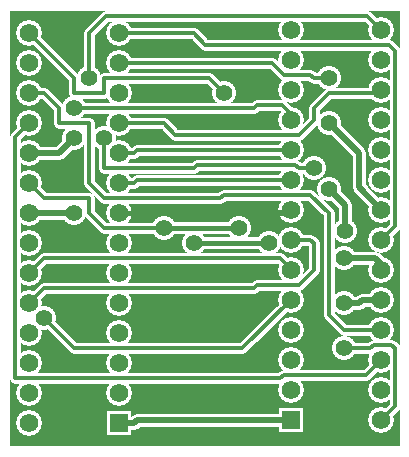
<source format=gbr>
G04 GERBER ASCII OUTPUT FROM: EDWINXP (VER. 1.61 REV. 20080915)*
G04 GERBER FORMAT: RX-274-X*
G04 BOARD: DSPIC_ADAPTER*
G04 ARTWORK OF SOLD.LAYERPOSITIVE SUPERIMPOSED ON NEGATIVE*
%ASAXBY*%
%FSLAX23Y23*%
%MIA0B0*%
%MOIN*%
%OFA0.0000B0.0000*%
%SFA1B1*%
%IJA0B0*%
%INLAYER29NEGPOS*%
%IOA0B0*%
%IPPOS*%
%IR0*%
G04 APERTURE MACROS*
%AMEDWDONUT*
1,1,$1,$2,$3*
1,0,$4,$2,$3*
%
%AMEDWFRECT*
20,1,$1,$2,$3,$4,$5,$6*
%
%AMEDWORECT*
20,1,$1,$2,$3,$4,$5,$10*
20,1,$1,$4,$5,$6,$7,$10*
20,1,$1,$6,$7,$8,$9,$10*
20,1,$1,$8,$9,$2,$3,$10*
1,1,$1,$2,$3*
1,1,$1,$4,$5*
1,1,$1,$6,$7*
1,1,$1,$8,$9*
%
%AMEDWLINER*
20,1,$1,$2,$3,$4,$5,$6*
1,1,$1,$2,$3*
1,1,$1,$4,$5*
%
%AMEDWFTRNG*
4,1,3,$1,$2,$3,$4,$5,$6,$7,$8,$9*
%
%AMEDWATRNG*
4,1,3,$1,$2,$3,$4,$5,$6,$7,$8,$9*
20,1,$11,$1,$2,$3,$4,$10*
20,1,$11,$3,$4,$5,$6,$10*
20,1,$11,$5,$6,$7,$8,$10*
1,1,$11,$3,$4*
1,1,$11,$5,$6*
1,1,$11,$7,$8*
%
%AMEDWOTRNG*
20,1,$1,$2,$3,$4,$5,$8*
20,1,$1,$4,$5,$6,$7,$8*
20,1,$1,$6,$7,$2,$3,$8*
1,1,$1,$2,$3*
1,1,$1,$4,$5*
1,1,$1,$6,$7*
%
G04*
G04 APERTURE LIST*
%ADD10R,0.0500X0.0460*%
%ADD11R,0.0740X0.0700*%
%ADD12R,0.0440X0.0400*%
%ADD13R,0.0680X0.0640*%
%ADD14R,0.0460X0.0500*%
%ADD15R,0.0700X0.0740*%
%ADD16R,0.0400X0.0440*%
%ADD17R,0.0640X0.0680*%
%ADD18R,0.0700X0.0700*%
%ADD19R,0.0940X0.0940*%
%ADD20R,0.0600X0.0600*%
%ADD21R,0.0840X0.0840*%
%ADD22C,0.0010*%
%ADD24C,0.00197*%
%ADD26C,0.0020*%
%ADD27R,0.0020X0.0020*%
%ADD28C,0.00204*%
%ADD29R,0.00204X0.00204*%
%ADD30C,0.00233*%
%ADD31R,0.00233X0.00233*%
%ADD32C,0.00289*%
%ADD33R,0.00289X0.00289*%
%ADD34C,0.0030*%
%ADD35R,0.0030X0.0030*%
%ADD36C,0.00369*%
%ADD37R,0.00369X0.00369*%
%ADD38C,0.0040*%
%ADD39R,0.0040X0.0040*%
%ADD40C,0.0050*%
%ADD41R,0.0050X0.0050*%
%ADD42C,0.00504*%
%ADD43R,0.00504X0.00504*%
%ADD44C,0.00512*%
%ADD45R,0.00512X0.00512*%
%ADD46C,0.00542*%
%ADD47R,0.00542X0.00542*%
%ADD48C,0.00627*%
%ADD49R,0.00627X0.00627*%
%ADD50C,0.00639*%
%ADD51R,0.00639X0.00639*%
%ADD52C,0.00711*%
%ADD53R,0.00711X0.00711*%
%ADD54C,0.00775*%
%ADD55R,0.00775X0.00775*%
%ADD56C,0.00787*%
%ADD57R,0.00787X0.00787*%
%ADD58C,0.00795*%
%ADD59R,0.00795X0.00795*%
%ADD60C,0.0080*%
%ADD62C,0.0088*%
%ADD63R,0.0088X0.0088*%
%ADD64C,0.00984*%
%ADD65R,0.00984X0.00984*%
%ADD66C,0.0100*%
%ADD67R,0.0100X0.0100*%
%ADD68C,0.01181*%
%ADD70C,0.01182*%
%ADD71R,0.01182X0.01182*%
%ADD72C,0.0120*%
%ADD74C,0.0120*%
%ADD76C,0.0130*%
%ADD78C,0.01351*%
%ADD79R,0.01351X0.01351*%
%ADD80C,0.01452*%
%ADD81R,0.01452X0.01452*%
%ADD82C,0.0149*%
%ADD83R,0.0149X0.0149*%
%ADD84C,0.0160*%
%ADD86C,0.01761*%
%ADD87R,0.01761X0.01761*%
%ADD88C,0.01773*%
%ADD89R,0.01773X0.01773*%
%ADD90C,0.01896*%
%ADD91R,0.01896X0.01896*%
%ADD92C,0.01969*%
%ADD93R,0.01969X0.01969*%
%ADD94C,0.0200*%
%ADD96C,0.02027*%
%ADD97R,0.02027X0.02027*%
%ADD98C,0.02196*%
%ADD99R,0.02196X0.02196*%
%ADD100C,0.0228*%
%ADD101R,0.0228X0.0228*%
%ADD102C,0.02302*%
%ADD103R,0.02302X0.02302*%
%ADD104C,0.02365*%
%ADD105R,0.02365X0.02365*%
%ADD106C,0.0240*%
%ADD108C,0.02438*%
%ADD109R,0.02438X0.02438*%
%ADD110C,0.02597*%
%ADD112C,0.02709*%
%ADD113R,0.02709X0.02709*%
%ADD114C,0.02844*%
%ADD115R,0.02844X0.02844*%
%ADD116C,0.02871*%
%ADD117R,0.02871X0.02871*%
%ADD118C,0.0290*%
%ADD120C,0.02912*%
%ADD121R,0.02912X0.02912*%
%ADD122C,0.0300*%
%ADD123R,0.0300X0.0300*%
%ADD124C,0.0304*%
%ADD125R,0.0304X0.0304*%
%ADD126C,0.0320*%
%ADD128C,0.0350*%
%ADD129R,0.0350X0.0350*%
%ADD130C,0.03547*%
%ADD131R,0.03547X0.03547*%
%ADD132C,0.03581*%
%ADD134C,0.03582*%
%ADD135R,0.03582X0.03582*%
%ADD136C,0.0370*%
%ADD138C,0.03751*%
%ADD139R,0.03751X0.03751*%
%ADD140C,0.0389*%
%ADD141R,0.0389X0.0389*%
%ADD142C,0.03937*%
%ADD143R,0.03937X0.03937*%
%ADD144C,0.0400*%
%ADD146C,0.04161*%
%ADD147R,0.04161X0.04161*%
%ADD148C,0.04173*%
%ADD149R,0.04173X0.04173*%
%ADD150C,0.04296*%
%ADD151R,0.04296X0.04296*%
%ADD152C,0.0440*%
%ADD154C,0.04427*%
%ADD155R,0.04427X0.04427*%
%ADD156C,0.04469*%
%ADD157R,0.04469X0.04469*%
%ADD158C,0.04596*%
%ADD159R,0.04596X0.04596*%
%ADD160C,0.0468*%
%ADD161R,0.0468X0.0468*%
%ADD162C,0.04702*%
%ADD163R,0.04702X0.04702*%
%ADD164C,0.04729*%
%ADD165R,0.04729X0.04729*%
%ADD166C,0.04765*%
%ADD167R,0.04765X0.04765*%
%ADD168C,0.04838*%
%ADD169R,0.04838X0.04838*%
%ADD170C,0.04898*%
%ADD171R,0.04898X0.04898*%
%ADD172C,0.0500*%
%ADD173R,0.0500X0.0500*%
%ADD174C,0.05011*%
%ADD175R,0.05011X0.05011*%
%ADD176C,0.05109*%
%ADD177R,0.05109X0.05109*%
%ADD178C,0.05236*%
%ADD179R,0.05236X0.05236*%
%ADD180C,0.05244*%
%ADD181R,0.05244X0.05244*%
%ADD182C,0.05271*%
%ADD183R,0.05271X0.05271*%
%ADD184C,0.05282*%
%ADD185R,0.05282X0.05282*%
%ADD186C,0.0544*%
%ADD187R,0.0544X0.0544*%
%ADD188C,0.0560*%
%ADD189R,0.0560X0.0560*%
%ADD190C,0.05906*%
%ADD191R,0.05906X0.05906*%
%ADD192C,0.05947*%
%ADD193R,0.05947X0.05947*%
%ADD194C,0.0600*%
%ADD195R,0.0600X0.0600*%
%ADD196C,0.0620*%
%ADD198C,0.06869*%
%ADD199R,0.06869X0.06869*%
%ADD200C,0.06906*%
%ADD201R,0.06906X0.06906*%
%ADD202C,0.06907*%
%ADD203R,0.06907X0.06907*%
%ADD204C,0.06925*%
%ADD205R,0.06925X0.06925*%
%ADD206C,0.0700*%
%ADD207R,0.0700X0.0700*%
%ADD208C,0.07129*%
%ADD209R,0.07129X0.07129*%
%ADD210C,0.07178*%
%ADD211R,0.07178X0.07178*%
%ADD212C,0.07298*%
%ADD213R,0.07298X0.07298*%
%ADD214C,0.07411*%
%ADD215R,0.07411X0.07411*%
%ADD216C,0.0760*%
%ADD218C,0.07636*%
%ADD219R,0.07636X0.07636*%
%ADD220C,0.07682*%
%ADD221R,0.07682X0.07682*%
%ADD222C,0.07769*%
%ADD223R,0.07769X0.07769*%
%ADD224C,0.0800*%
%ADD225R,0.0800X0.0800*%
%ADD226C,0.08107*%
%ADD227R,0.08107X0.08107*%
%ADD228C,0.08261*%
%ADD229R,0.08261X0.08261*%
%ADD230C,0.0860*%
%ADD232C,0.09307*%
%ADD233R,0.09307X0.09307*%
%ADD234C,0.09325*%
%ADD235R,0.09325X0.09325*%
%ADD236C,0.09578*%
%ADD237R,0.09578X0.09578*%
%ADD238C,0.1000*%
%ADD241R,0.10169X0.10169*%
%ADD243R,0.10507X0.10507*%
%ADD245R,0.10641X0.10641*%
%ADD247R,0.10661X0.10661*%
%ADD249R,0.13041X0.13041*%
%ADD250C,0.23041*%
%ADD251R,0.23041X0.23041*%
%ADD252C,0.33041*%
%ADD253R,0.33041X0.33041*%
%ADD254C,0.43041*%
%ADD255R,0.43041X0.43041*%
%ADD256C,0.53041*%
%ADD257R,0.53041X0.53041*%
%ADD258C,0.63041*%
%ADD259R,0.63041X0.63041*%
%ADD260C,0.73041*%
%ADD261R,0.73041X0.73041*%
%ADD262C,0.83041*%
%ADD263R,0.83041X0.83041*%
%ADD264C,0.93041*%
%ADD265R,0.93041X0.93041*%
%ADD266C,1.03041*%
%ADD267R,1.03041X1.03041*%
%ADD268C,1.13041*%
%ADD269R,1.13041X1.13041*%
%ADD270C,1.23041*%
%ADD271R,1.23041X1.23041*%
%ADD272C,1.33041*%
%ADD273R,1.33041X1.33041*%
%ADD274C,1.43041*%
%ADD275R,1.43041X1.43041*%
%ADD276C,1.53041*%
%ADD277R,1.53041X1.53041*%
%ADD278C,1.63041*%
%ADD279R,1.63041X1.63041*%
%ADD280C,1.73041*%
%ADD281R,1.73041X1.73041*%
%ADD282C,1.83041*%
%ADD283R,1.83041X1.83041*%
%ADD284C,1.93041*%
%ADD285R,1.93041X1.93041*%
G04*
%LNLLAYER29CPOURD*%
%LPD*%
G36*
X938Y775D02*
X1300Y925D01*
X1300Y1438D01*
X0Y1438D01*
X0Y-13D01*
X1300Y-13D01*
X1300Y700D01*
X938Y775D01*
G37*
G36*
X925Y775D02*
X1300Y975D01*
X1300Y625D01*
X925Y775D01*
G37*
%LNLLAYER29CRELIEVEC*%
%LPC*%
G36*
X230Y800D02*
X230Y782D01*
X250Y782D01*
X250Y800D01*
X230Y800D01*
G37*
G36*
X27Y834D02*
X27Y777D01*
X98Y777D01*
X98Y834D01*
X27Y834D01*
G37*
G36*
X87Y804D02*
X87Y772D01*
X194Y772D01*
X194Y804D01*
X87Y804D01*
G37*
G36*
X232Y1051D02*
X232Y1029D01*
X250Y1029D01*
X250Y1051D01*
X232Y1051D01*
G37*
G36*
X323Y939D02*
X323Y922D01*
X335Y922D01*
X335Y939D01*
X323Y939D01*
G37*
G36*
X171Y1095D02*
X171Y1074D01*
X201Y1074D01*
X201Y1095D01*
X171Y1095D01*
G37*
G36*
X279Y1190D02*
X279Y1173D01*
X301Y1173D01*
X301Y1190D01*
X279Y1190D01*
G37*
G36*
X224Y1192D02*
X224Y1176D01*
X247Y1176D01*
X247Y1192D01*
X224Y1192D01*
G37*
G36*
X326Y1199D02*
X326Y1184D01*
X339Y1184D01*
X339Y1199D01*
X326Y1199D01*
G37*
G36*
X30Y434D02*
X30Y392D01*
X79Y392D01*
X79Y434D01*
X30Y434D01*
G37*
D21* 
X938Y75D02*D03*
D230*
X938Y175D02*D03*
X938Y275D02*D03*
X938Y375D02*D03*
X938Y475D02*D03*
X938Y575D02*D03*
X938Y675D02*D03*
X938Y875D02*D03*
X938Y975D02*D03*
X938Y1075D02*D03*
X938Y1175D02*D03*
X938Y1275D02*D03*
X938Y1375D02*D03*
X1238Y1375D02*D03*
X1238Y1275D02*D03*
X1238Y1175D02*D03*
X1238Y1075D02*D03*
X1238Y975D02*D03*
X1238Y875D02*D03*
X1238Y775D02*D03*
X1238Y675D02*D03*
X1238Y575D02*D03*
X1238Y475D02*D03*
X1238Y375D02*D03*
X1238Y275D02*D03*
X1238Y175D02*D03*
X1238Y75D02*D03*
D21* 
X363Y63D02*D03*
D230*
X363Y163D02*D03*
X363Y263D02*D03*
X363Y363D02*D03*
X363Y463D02*D03*
X363Y563D02*D03*
X363Y663D02*D03*
X363Y863D02*D03*
X363Y963D02*D03*
X363Y1063D02*D03*
X363Y1163D02*D03*
X363Y1263D02*D03*
X363Y1363D02*D03*
X63Y1363D02*D03*
X63Y1263D02*D03*
X63Y1163D02*D03*
X63Y1063D02*D03*
X63Y963D02*D03*
X63Y863D02*D03*
X63Y763D02*D03*
X63Y663D02*D03*
X63Y563D02*D03*
X63Y463D02*D03*
X63Y363D02*D03*
X63Y263D02*D03*
X63Y163D02*D03*
X63Y63D02*D03*
X938Y775D02*D03*
X363Y763D02*D03*
D224*
X1113Y463D02*D03*
X1113Y613D02*D03*
X713Y1163D02*D03*
X1063Y1063D02*D03*
X1063Y1213D02*D03*
X263Y1213D02*D03*
X213Y1113D02*D03*
X113Y413D02*D03*
X213Y763D02*D03*
X763Y713D02*D03*
X513Y713D02*D03*
X213Y1013D02*D03*
X313Y1013D02*D03*
X1013Y913D02*D03*
X1064Y845D02*D03*
X1119Y705D02*D03*
X613Y663D02*D03*
X863Y663D02*D03*
X1113Y313D02*D03*
D132*
X513Y713D02*
X313Y713D01*
X263Y763D01*
X263Y813D01*
X113Y813D01*
X63Y863D01*
D144*
X513Y713D02*
X763Y713D01*
D152*
X213Y1013D02*
X163Y963D01*
X63Y963D01*
D132*
X313Y1013D02*
X313Y913D01*
X613Y913D01*
X625Y925D01*
X950Y925D01*
X963Y913D01*
X1013Y913D01*
D68* 
X938Y775D02*
X925Y763D01*
D94* 
X925Y763D02*
X813Y763D01*
D84* 
X813Y763D02*
X363Y763D01*
D152*
X363Y63D02*
X413Y63D01*
X425Y75D01*
X938Y75D01*
D132*
X263Y1213D02*
X263Y1363D01*
X321Y1421D01*
X1192Y1421D01*
X1238Y1375D01*
X213Y1113D02*
X813Y1113D01*
X825Y1125D01*
X907Y1125D01*
X938Y1094D01*
X938Y1075D01*
X63Y463D02*
X113Y513D01*
X813Y513D01*
X825Y525D01*
X963Y525D01*
X1013Y575D01*
X1013Y663D01*
X1000Y675D01*
X938Y675D01*
X938Y575D02*
X946Y593D01*
X921Y593D01*
X900Y613D01*
X113Y613D01*
X63Y563D01*
X113Y413D02*
X213Y313D01*
X775Y313D01*
X938Y475D01*
D152*
X213Y763D02*
X63Y763D01*
D132*
X363Y963D02*
X413Y963D01*
X425Y975D01*
X938Y975D01*
X363Y863D02*
X413Y863D01*
X425Y875D01*
X938Y875D01*
X1238Y75D02*
X1283Y121D01*
X1283Y313D01*
X1271Y325D01*
X1213Y325D01*
X1200Y313D01*
X1113Y313D01*
X1238Y275D02*
X1188Y225D01*
X913Y225D01*
X900Y213D01*
X17Y213D01*
X17Y1017D01*
X63Y1063D01*
X1238Y375D02*
X1113Y375D01*
X1063Y425D01*
X1063Y763D01*
X1000Y825D01*
X713Y825D01*
X700Y813D01*
X313Y813D01*
X263Y863D01*
X263Y1063D01*
X163Y1063D01*
X163Y1113D01*
X113Y1163D01*
X63Y1163D01*
D152*
X1113Y463D02*
X1163Y463D01*
X1175Y475D01*
X1238Y475D01*
X1113Y613D02*
X1097Y615D01*
X1177Y614D01*
X1216Y614D01*
X1238Y594D01*
D132*
X1238Y594D02*
X1238Y575D01*
X713Y1163D02*
X663Y1213D01*
X313Y1213D01*
X313Y1163D01*
X213Y1163D01*
X213Y1213D01*
X63Y1363D01*
X363Y1363D02*
X613Y1363D01*
X650Y1325D01*
X1263Y1325D01*
X1283Y1305D01*
X1283Y721D01*
X1238Y675D01*
D152*
X1063Y1063D02*
X1163Y963D01*
X1163Y850D01*
X1238Y775D01*
D132*
X1063Y1213D02*
X1013Y1213D01*
X1000Y1225D01*
X913Y1225D01*
X875Y1263D01*
X363Y1263D01*
X363Y1063D02*
X513Y1063D01*
X550Y1025D01*
X963Y1025D01*
X1013Y1075D01*
X1013Y1113D01*
X1063Y1163D01*
X1225Y1163D01*
X1238Y1175D01*
D144*
X613Y663D02*
X863Y663D01*
D152*
X1119Y705D02*
X1119Y790D01*
X1064Y845D01*
%LNLLAYER29CFILLD*%
%LPD*%
D20* 
X938Y75D02*D03*
D196*
X938Y175D02*D03*
X938Y275D02*D03*
X938Y375D02*D03*
X938Y475D02*D03*
X938Y575D02*D03*
X938Y675D02*D03*
X938Y875D02*D03*
X938Y975D02*D03*
X938Y1075D02*D03*
X938Y1175D02*D03*
X938Y1275D02*D03*
X938Y1375D02*D03*
X1238Y1375D02*D03*
X1238Y1275D02*D03*
X1238Y1175D02*D03*
X1238Y1075D02*D03*
X1238Y975D02*D03*
X1238Y875D02*D03*
X1238Y775D02*D03*
X1238Y675D02*D03*
X1238Y575D02*D03*
X1238Y475D02*D03*
X1238Y375D02*D03*
X1238Y275D02*D03*
X1238Y175D02*D03*
X1238Y75D02*D03*
D20* 
X363Y63D02*D03*
D196*
X363Y163D02*D03*
X363Y263D02*D03*
X363Y363D02*D03*
X363Y463D02*D03*
X363Y563D02*D03*
X363Y663D02*D03*
X363Y863D02*D03*
X363Y963D02*D03*
X363Y1063D02*D03*
X363Y1163D02*D03*
X363Y1263D02*D03*
X363Y1363D02*D03*
X63Y1363D02*D03*
X63Y1263D02*D03*
X63Y1163D02*D03*
X63Y1063D02*D03*
X63Y963D02*D03*
X63Y863D02*D03*
X63Y763D02*D03*
X63Y663D02*D03*
X63Y563D02*D03*
X63Y463D02*D03*
X63Y363D02*D03*
X63Y263D02*D03*
X63Y163D02*D03*
X63Y63D02*D03*
X938Y775D02*D03*
X363Y763D02*D03*
D188*
X1113Y463D02*D03*
X1113Y613D02*D03*
X713Y1163D02*D03*
X1063Y1063D02*D03*
X1063Y1213D02*D03*
X263Y1213D02*D03*
X213Y1113D02*D03*
X113Y413D02*D03*
X213Y763D02*D03*
X763Y713D02*D03*
X513Y713D02*D03*
X213Y1013D02*D03*
X313Y1013D02*D03*
X1013Y913D02*D03*
X813Y763D02*D03*
X1064Y845D02*D03*
X1119Y705D02*D03*
X613Y663D02*D03*
X863Y663D02*D03*
X1113Y313D02*D03*
D68* 
X513Y713D02*
X313Y713D01*
X263Y763D01*
X263Y813D01*
X113Y813D01*
X63Y863D01*
D84* 
X513Y713D02*
X763Y713D01*
D94* 
X213Y1013D02*
X163Y963D01*
X63Y963D01*
D68* 
X313Y1013D02*
X313Y913D01*
X613Y913D01*
X625Y925D01*
X950Y925D01*
X963Y913D01*
X1013Y913D01*
X938Y775D02*
X925Y763D01*
D94* 
X925Y763D02*
X813Y763D01*
D84* 
X813Y763D02*
X363Y763D01*
D94* 
X363Y63D02*
X413Y63D01*
X425Y75D01*
X938Y75D01*
D68* 
X263Y1213D02*
X263Y1363D01*
X321Y1421D01*
X1192Y1421D01*
X1238Y1375D01*
X213Y1113D02*
X813Y1113D01*
X825Y1125D01*
X907Y1125D01*
X938Y1094D01*
X938Y1075D01*
X63Y463D02*
X113Y513D01*
X813Y513D01*
X825Y525D01*
X963Y525D01*
X1013Y575D01*
X1013Y663D01*
X1000Y675D01*
X938Y675D01*
X938Y575D02*
X946Y593D01*
X921Y593D01*
X900Y613D01*
X113Y613D01*
X63Y563D01*
X113Y413D02*
X213Y313D01*
X775Y313D01*
X938Y475D01*
D94* 
X213Y763D02*
X63Y763D01*
D68* 
X363Y963D02*
X413Y963D01*
X425Y975D01*
X938Y975D01*
X363Y863D02*
X413Y863D01*
X425Y875D01*
X938Y875D01*
X1238Y75D02*
X1283Y121D01*
X1283Y313D01*
X1271Y325D01*
X1213Y325D01*
X1200Y313D01*
X1113Y313D01*
X1238Y275D02*
X1188Y225D01*
X913Y225D01*
X900Y213D01*
X17Y213D01*
X17Y1017D01*
X63Y1063D01*
X1238Y375D02*
X1113Y375D01*
X1063Y425D01*
X1063Y763D01*
X1000Y825D01*
X713Y825D01*
X700Y813D01*
X313Y813D01*
X263Y863D01*
X263Y1063D01*
X163Y1063D01*
X163Y1113D01*
X113Y1163D01*
X63Y1163D01*
D94* 
X1113Y463D02*
X1163Y463D01*
X1175Y475D01*
X1238Y475D01*
X1113Y613D02*
X1097Y615D01*
X1177Y614D01*
X1216Y614D01*
X1238Y594D01*
D68* 
X1238Y594D02*
X1238Y575D01*
X713Y1163D02*
X663Y1213D01*
X313Y1213D01*
X313Y1163D01*
X213Y1163D01*
X213Y1213D01*
X63Y1363D01*
X363Y1363D02*
X613Y1363D01*
X650Y1325D01*
X1263Y1325D01*
X1283Y1305D01*
X1283Y721D01*
X1238Y675D01*
D94* 
X1063Y1063D02*
X1163Y963D01*
X1163Y850D01*
X1238Y775D01*
D68* 
X1063Y1213D02*
X1013Y1213D01*
X1000Y1225D01*
X913Y1225D01*
X875Y1263D01*
X363Y1263D01*
X363Y1063D02*
X513Y1063D01*
X550Y1025D01*
X963Y1025D01*
X1013Y1075D01*
X1013Y1113D01*
X1063Y1163D01*
X1225Y1163D01*
X1238Y1175D01*
D84* 
X613Y663D02*
X863Y663D01*
D94* 
X1119Y705D02*
X1119Y790D01*
X1064Y845D01*
M02*

</source>
